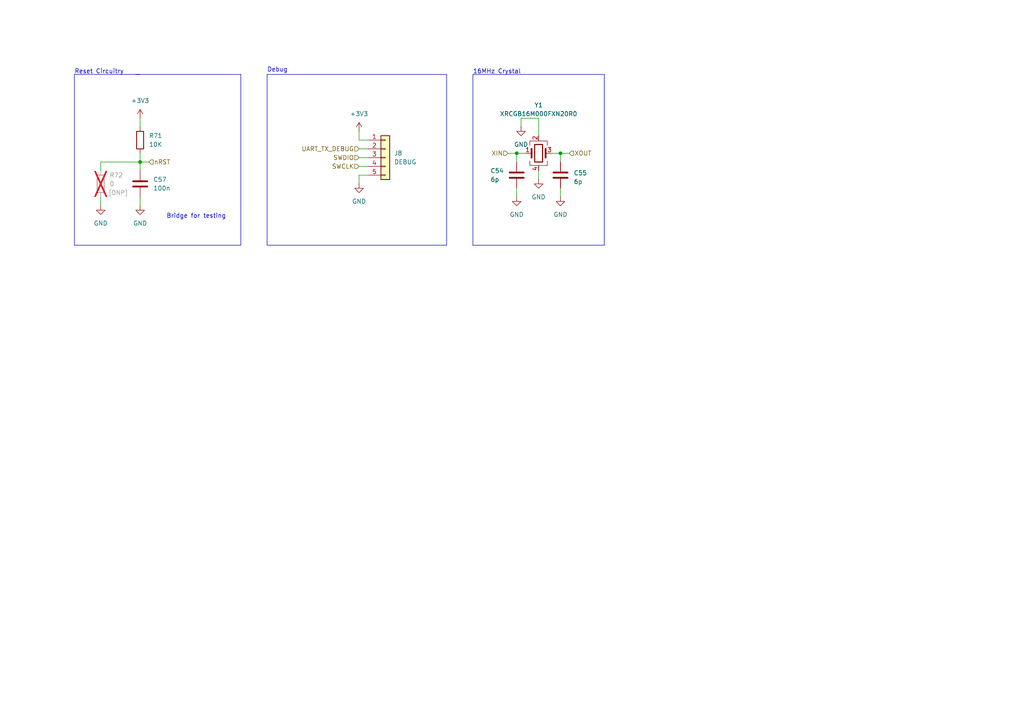
<source format=kicad_sch>
(kicad_sch (version 20250114) (generator "eeschema") (generator_version "9.0")
  (paper "A4")
  (lib_symbols
    (symbol "Connector_Generic:Conn_01x05" (pin_names (offset 1.016) (hide yes))
      (property "Reference" "J" (at 0 7.62 0))
      (property "Value" "Conn_01x05" (at 0 -7.62 0))
      (symbol "Conn_01x05_1_1"
        (rectangle (start -1.27 6.35) (end 1.27 -6.35) (stroke (width 0.254)) (fill (type background)))
        (rectangle (start -1.27 5.207) (end 0 4.953) (stroke (width 0.1524)))
        (rectangle (start -1.27 2.667) (end 0 2.413) (stroke (width 0.1524)))
        (rectangle (start -1.27 0.127) (end 0 -0.127) (stroke (width 0.1524)))
        (rectangle (start -1.27 -2.413) (end 0 -2.667) (stroke (width 0.1524)))
        (rectangle (start -1.27 -4.953) (end 0 -5.207) (stroke (width 0.1524)))
        (pin passive line (at -5.08 5.08 0) (length 3.81) (name "Pin_1") (number "1"))
        (pin passive line (at -5.08 2.54 0) (length 3.81) (name "Pin_2") (number "2"))
        (pin passive line (at -5.08 0 0) (length 3.81) (name "Pin_3") (number "3"))
        (pin passive line (at -5.08 -2.54 0) (length 3.81) (name "Pin_4") (number "4"))
        (pin passive line (at -5.08 -5.08 0) (length 3.81) (name "Pin_5") (number "5"))
      )
    )
    (symbol "Device:C" (pin_numbers (hide yes)) (pin_names (offset 0.254))
      (property "Reference" "C" (at 0.635 2.54 0))
      (property "Value" "C" (at 0.635 -2.54 0))
      (symbol "C_0_1"
        (polyline (pts (xy -2.032 0.762) (xy 2.032 0.762)) (stroke (width 0.508)))
        (polyline (pts (xy -2.032 -0.762) (xy 2.032 -0.762)) (stroke (width 0.508)))
      )
      (symbol "C_1_1"
        (pin passive line (at 0 3.81 270) (length 2.794) (name "~") (number "1"))
        (pin passive line (at 0 -3.81 90) (length 2.794) (name "~") (number "2"))
      )
    )
    (symbol "Device:Crystal_GND24" (pin_names (offset 1.016) (hide yes))
      (property "Reference" "Y" (at 3.175 5.08 0))
      (property "Value" "Crystal_GND24" (at 3.175 3.175 0))
      (symbol "Crystal_GND24_0_1"
        (polyline (pts (xy -2.54 2.286) (xy -2.54 3.556) (xy 2.54 3.556) (xy 2.54 2.286)))
        (polyline (pts (xy -2.54 0) (xy -2.032 0)))
        (polyline (pts (xy -2.54 -2.286) (xy -2.54 -3.556) (xy 2.54 -3.556) (xy 2.54 -2.286)))
        (polyline (pts (xy -2.032 -1.27) (xy -2.032 1.27)) (stroke (width 0.508)))
        (rectangle (start -1.143 2.54) (end 1.143 -2.54) (stroke (width 0.3048)))
        (polyline (pts (xy 0 3.556) (xy 0 3.81)))
        (polyline (pts (xy 0 -3.81) (xy 0 -3.556)))
        (polyline (pts (xy 2.032 0) (xy 2.54 0)))
        (polyline (pts (xy 2.032 -1.27) (xy 2.032 1.27)) (stroke (width 0.508)))
      )
      (symbol "Crystal_GND24_1_1"
        (pin passive line (at -3.81 0 0) (length 1.27) (name "1") (number "1"))
        (pin passive line (at 0 5.08 270) (length 1.27) (name "2") (number "2"))
        (pin passive line (at 0 -5.08 90) (length 1.27) (name "4") (number "4"))
        (pin passive line (at 3.81 0 180) (length 1.27) (name "3") (number "3"))
      )
    )
    (symbol "Device:R" (pin_numbers (hide yes)) (pin_names (offset 0))
      (property "Reference" "R" (at 2.032 0 90))
      (property "Value" "R" (at 0 0 90))
      (symbol "R_0_1"
        (rectangle (start -1.016 -2.54) (end 1.016 2.54) (stroke (width 0.254)))
      )
      (symbol "R_1_1"
        (pin passive line (at 0 3.81 270) (length 1.27) (name "~") (number "1"))
        (pin passive line (at 0 -3.81 90) (length 1.27) (name "~") (number "2"))
      )
    )
    (symbol "power:+3V3" (power) (pin_names (offset 0))
      (property "Value" "+3V3" (at 0 3.556 0))
      (symbol "+3V3_0_1"
        (polyline (pts (xy -0.762 1.27) (xy 0 2.54)))
        (polyline (pts (xy 0 2.54) (xy 0.762 1.27)))
        (polyline (pts (xy 0 0) (xy 0 2.54)))
      )
      (symbol "+3V3_1_1"
        (pin power_in line (at 0 0 90) (length 0) (hide yes) (name "+3V3") (number "1"))
      )
    )
    (symbol "power:GND" (power) (pin_numbers (hide yes)) (pin_names (offset 0) (hide yes))
      (property "Value" "GND" (at 0 -3.81 0))
      (symbol "GND_0_1"
        (polyline (pts (xy 0 0) (xy 0 -1.27) (xy 1.27 -1.27) (xy 0 -2.54) (xy -1.27 -1.27) (xy 0 -1.27)))
      )
      (symbol "GND_1_1"
        (pin power_in line (at 0 0 270) (length 0) (name "~") (number "1"))
      )
    )
  )
  (rectangle (start 77.47 21.59) (end 129.54 71.12))
  (text "Reset Circuitry" (at 21.59 21.59 0) (effects (font (size 1.27 1.27)) (justify left bottom)))
  (text "Bridge for testing" (at 48.26 63.5 0) (effects (font (size 1.27 1.27)) (justify left bottom)))
  (text "16MHz Crystal" (at 137.16 21.59 0) (effects (font (size 1.27 1.27)) (justify left bottom)))
  (text "Debug" (at 77.47 20.32 0) (effects (font (size 1.27 1.27)) (justify left)))
  (junction (at 162.56 44.45) (diameter 0.9144))
  (junction (at 149.86 44.45))
  (junction (at 40.64 46.99))
  (wire (pts (xy 40.64 57.15) (xy 40.64 59.69)))
  (wire (pts (xy 104.14 43.18) (xy 106.68 43.18)))
  (wire (pts (xy 162.56 44.45) (xy 165.1 44.45)))
  (wire (pts (xy 104.14 50.8) (xy 106.68 50.8)))
  (polyline (pts (xy 21.59 71.12) (xy 21.59 21.59)))
  (polyline (pts (xy 21.59 21.59) (xy 40.64 21.59)))
  (wire (pts (xy 40.64 46.99) (xy 40.64 49.53)))
  (polyline (pts (xy 175.26 71.12) (xy 137.16 71.12)))
  (wire (pts (xy 104.14 40.64) (xy 106.68 40.64)))
  (wire (pts (xy 104.14 38.1) (xy 104.14 40.64)))
  (polyline (pts (xy 137.16 21.59) (xy 137.16 71.12)))
  (wire (pts (xy 104.14 45.72) (xy 106.68 45.72)))
  (wire (pts (xy 29.21 46.99) (xy 40.64 46.99)))
  (polyline (pts (xy 175.26 21.59) (xy 175.26 71.12)))
  (polyline (pts (xy 137.16 21.59) (xy 175.26 21.59)))
  (wire (pts (xy 40.64 34.29) (xy 40.64 36.83)))
  (wire (pts (xy 149.86 54.61) (xy 149.86 57.15)))
  (wire (pts (xy 151.13 36.83) (xy 151.13 34.29)))
  (wire (pts (xy 149.86 44.45) (xy 152.4 44.45)))
  (wire (pts (xy 29.21 57.15) (xy 29.21 59.69)))
  (polyline (pts (xy 69.85 21.59) (xy 69.85 71.12)))
  (wire (pts (xy 40.64 44.45) (xy 40.64 46.99)))
  (wire (pts (xy 156.21 49.53) (xy 156.21 52.07)))
  (wire (pts (xy 147.32 44.45) (xy 149.86 44.45)))
  (wire (pts (xy 151.13 34.29) (xy 156.21 34.29)))
  (polyline (pts (xy 69.85 71.12) (xy 21.59 71.12)))
  (wire (pts (xy 162.56 54.61) (xy 162.56 57.15)))
  (wire (pts (xy 162.56 44.45) (xy 160.02 44.45)))
  (wire (pts (xy 29.21 46.99) (xy 29.21 49.53)))
  (wire (pts (xy 162.56 46.99) (xy 162.56 44.45)))
  (polyline (pts (xy 39.37 21.59) (xy 69.85 21.59)))
  (wire (pts (xy 40.64 46.99) (xy 43.18 46.99)))
  (wire (pts (xy 104.14 48.26) (xy 106.68 48.26)))
  (wire (pts (xy 149.86 46.99) (xy 149.86 44.45)))
  (wire (pts (xy 104.14 53.34) (xy 104.14 50.8)))
  (wire (pts (xy 156.21 34.29) (xy 156.21 39.37)))
  (hierarchical_label "SWCLK" (shape input) (at 104.14 48.26 180))
  (hierarchical_label "XIN" (shape input) (at 147.32 44.45 180))
  (hierarchical_label "SWDIO" (shape input) (at 104.14 45.72 180))
  (hierarchical_label "nRST" (shape input) (at 43.18 46.99 0))
  (hierarchical_label "UART_TX_DEBUG" (shape input) (at 104.14 43.18 180))
  (hierarchical_label "XOUT" (shape input) (at 165.1 44.45 0))
  (symbol (lib_id "Device:R") (at 40.64 40.64 0) (unit 1)
    (property "Reference" "R71" (at 43.18 39.3699 0) (effects (justify left)))
    (property "Value" "10K" (at 43.18 41.9099 0) (effects (justify left)))
    (property "Footprint" "Resistor_SMD:R_0402_1005Metric" (effects (hide yes)))
    (property "LCSC" "C102690" (effects (hide yes)))
  )
  (symbol (lib_id "power:GND") (at 29.21 59.69 0) (unit 1)
    (property "Reference" "#PWR0140" (effects (hide yes)))
    (property "Value" "GND" (at 29.21 64.77 0))
  )
  (symbol (lib_id "power:GND") (at 40.64 59.69 0) (unit 1)
    (property "Reference" "#PWR0141" (effects (hide yes)))
    (property "Value" "GND" (at 40.64 64.77 0))
  )
  (symbol (lib_id "Device:C") (at 162.56 50.8 0) (unit 1)
    (property "Reference" "C55" (at 166.37 50.165 0) (effects (justify left)))
    (property "Value" "6p" (at 166.37 52.705 0) (effects (justify left)))
    (property "Footprint" "Capacitor_SMD:C_0402_1005Metric" (effects (hide yes)))
    (property "LCSC" "C466231" (effects (hide yes)))
  )
  (symbol (lib_id "Device:Crystal_GND24") (at 156.21 44.45 0) (unit 1)
    (property "Reference" "Y1" (at 156.21 30.48 0))
    (property "Value" "XRCGB16M000FXN20R0" (at 156.21 33.02 0))
    (property "Footprint" "Crystal:Crystal_SMD_2016-4Pin_2.0x1.6mm" (effects (hide yes)))
    (property "LCSC" "C907977" (effects (hide yes)))
    (property "Part" "XRCGB16M000FXN20R0" (effects (hide yes)))
  )
  (symbol (lib_id "power:GND") (at 162.56 57.15 0) (unit 1)
    (property "Reference" "#PWR0135" (effects (hide yes)))
    (property "Value" "GND" (at 162.56 62.23 0))
  )
  (symbol (lib_id "power:+3V3") (at 104.14 38.1 0) (unit 1)
    (property "Reference" "#PWR079" (effects (hide yes)))
    (property "Value" "+3V3" (at 104.14 33.02 0))
    (property "Description" "Power symbol creates a global label with name \"+3V3\"" (effects (hide yes)))
  )
  (symbol (lib_id "Device:C") (at 149.86 50.8 0) (unit 1)
    (property "Reference" "C54" (at 142.24 49.53 0) (effects (justify left)))
    (property "Value" "6p" (at 142.24 52.07 0) (effects (justify left)))
    (property "Footprint" "Capacitor_SMD:C_0402_1005Metric" (effects (hide yes)))
    (property "LCSC" "C466231" (effects (hide yes)))
  )
  (symbol (lib_id "power:GND") (at 156.21 52.07 0) (unit 1)
    (property "Reference" "#PWR0133" (effects (hide yes)))
    (property "Value" "GND" (at 156.21 57.15 0))
  )
  (symbol (lib_id "power:GND") (at 149.86 57.15 0) (unit 1)
    (property "Reference" "#PWR0134" (effects (hide yes)))
    (property "Value" "GND" (at 149.86 62.23 0))
  )
  (symbol (lib_id "Device:R") (at 29.21 53.34 0) (unit 1) (in_bom no) (dnp yes)
    (property "Reference" "R72" (at 31.75 50.8 0) (effects (justify left)))
    (property "Value" "0" (at 31.75 53.34 0) (effects (justify left)))
    (property "Footprint" "Resistor_SMD:R_0402_1005Metric" (effects (hide yes)))
    (property "DNP" "[DNP]" (at 34.29 55.88 0))
  )
  (symbol (lib_id "Connector_Generic:Conn_01x05") (at 111.76 45.72 0) (unit 1)
    (property "Reference" "J8" (at 114.3 44.4499 0) (effects (justify left)))
    (property "Value" "DEBUG" (at 114.3 46.9899 0) (effects (justify left)))
    (property "Footprint" "Connector_PinHeader_2.54mm:PinHeader_1x05_P2.54mm_Vertical" (effects (hide yes)))
    (property "Description" "Generic connector, single row, 01x05, script generated (kicad-library-utils/schlib/autogen/connector/)" (effects (hide yes)))
  )
  (symbol (lib_id "power:+3V3") (at 40.64 34.29 0) (unit 1)
    (property "Reference" "#PWR0138" (effects (hide yes)))
    (property "Value" "+3V3" (at 40.64 29.21 0))
    (property "Description" "Power symbol creates a global label with name \"+3V3\"" (effects (hide yes)))
  )
  (symbol (lib_id "power:GND") (at 104.14 53.34 0) (unit 1)
    (property "Reference" "#PWR0117" (effects (hide yes)))
    (property "Value" "GND" (at 104.14 58.42 0))
    (property "Description" "Power symbol creates a global label with name \"GND\" , ground" (effects (hide yes)))
  )
  (symbol (lib_id "power:GND") (at 151.13 36.83 0) (unit 1)
    (property "Reference" "#PWR0131" (effects (hide yes)))
    (property "Value" "GND" (at 151.13 41.91 0))
  )
  (symbol (lib_id "Device:C") (at 40.64 53.34 0) (unit 1)
    (property "Reference" "C57" (at 44.45 52.07 0) (effects (justify left)))
    (property "Value" "100n" (at 44.45 54.61 0) (effects (justify left)))
    (property "Footprint" "Capacitor_SMD:C_0402_1005Metric" (effects (hide yes)))
    (property "LCSC" "C907967" (effects (hide yes)))
  )
)
</source>
